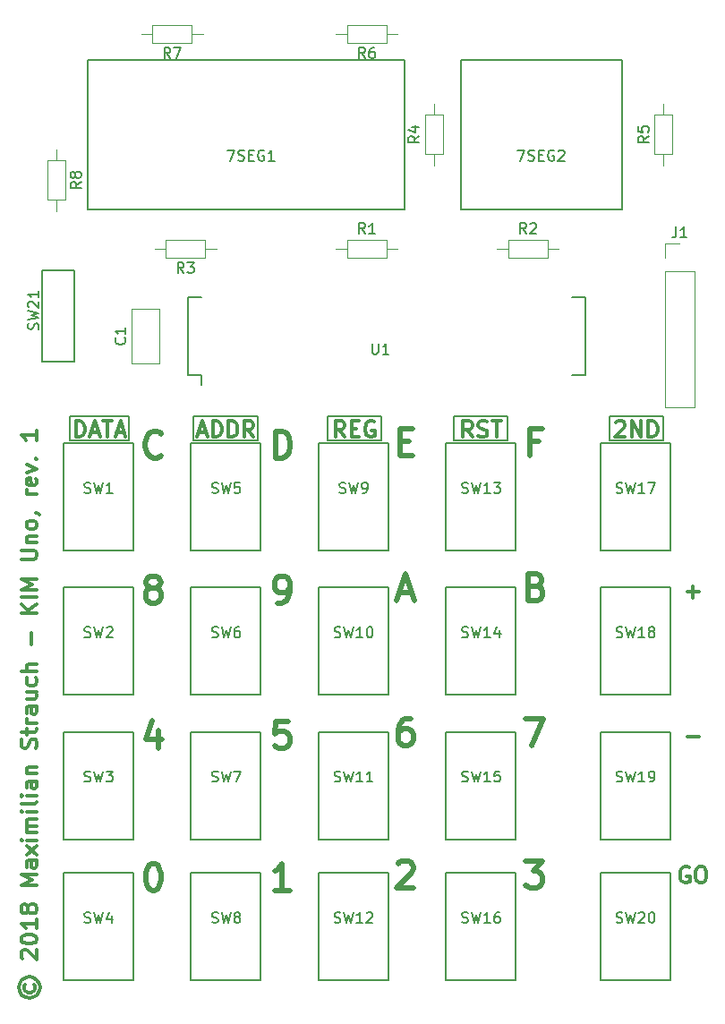
<source format=gto>
G04 #@! TF.GenerationSoftware,KiCad,Pcbnew,(5.0.1-3-g963ef8bb5)*
G04 #@! TF.CreationDate,2018-12-12T19:15:58+01:00*
G04 #@! TF.ProjectId,kim-uno-rev1,6B696D2D756E6F2D726576312E6B6963,1*
G04 #@! TF.SameCoordinates,Original*
G04 #@! TF.FileFunction,Legend,Top*
G04 #@! TF.FilePolarity,Positive*
%FSLAX46Y46*%
G04 Gerber Fmt 4.6, Leading zero omitted, Abs format (unit mm)*
G04 Created by KiCad (PCBNEW (5.0.1-3-g963ef8bb5)) date Wednesday, 12 December 2018 at 19:15:58*
%MOMM*%
%LPD*%
G01*
G04 APERTURE LIST*
%ADD10C,0.200000*%
%ADD11C,0.375000*%
%ADD12C,0.500000*%
%ADD13C,0.300000*%
%ADD14C,0.150000*%
%ADD15C,0.120000*%
G04 APERTURE END LIST*
D10*
X115062000Y-83058000D02*
X120650000Y-83058000D01*
X120650000Y-83058000D02*
X120650000Y-85344000D01*
X115062000Y-85344000D02*
X115062000Y-83058000D01*
X120650000Y-85344000D02*
X115062000Y-85344000D01*
D11*
X115606000Y-85006571D02*
X115606000Y-83506571D01*
X115963142Y-83506571D01*
X116177428Y-83578000D01*
X116320285Y-83720857D01*
X116391714Y-83863714D01*
X116463142Y-84149428D01*
X116463142Y-84363714D01*
X116391714Y-84649428D01*
X116320285Y-84792285D01*
X116177428Y-84935142D01*
X115963142Y-85006571D01*
X115606000Y-85006571D01*
X117034571Y-84578000D02*
X117748857Y-84578000D01*
X116891714Y-85006571D02*
X117391714Y-83506571D01*
X117891714Y-85006571D01*
X118177428Y-83506571D02*
X119034571Y-83506571D01*
X118606000Y-85006571D02*
X118606000Y-83506571D01*
X119463142Y-84578000D02*
X120177428Y-84578000D01*
X119320285Y-85006571D02*
X119820285Y-83506571D01*
X120320285Y-85006571D01*
D10*
X126746000Y-83058000D02*
X132842000Y-83058000D01*
X126746000Y-85344000D02*
X126746000Y-83058000D01*
X132842000Y-85344000D02*
X126746000Y-85344000D01*
X132842000Y-83058000D02*
X132842000Y-85344000D01*
D11*
X127186857Y-84578000D02*
X127901142Y-84578000D01*
X127044000Y-85006571D02*
X127544000Y-83506571D01*
X128044000Y-85006571D01*
X128544000Y-85006571D02*
X128544000Y-83506571D01*
X128901142Y-83506571D01*
X129115428Y-83578000D01*
X129258285Y-83720857D01*
X129329714Y-83863714D01*
X129401142Y-84149428D01*
X129401142Y-84363714D01*
X129329714Y-84649428D01*
X129258285Y-84792285D01*
X129115428Y-84935142D01*
X128901142Y-85006571D01*
X128544000Y-85006571D01*
X130044000Y-85006571D02*
X130044000Y-83506571D01*
X130401142Y-83506571D01*
X130615428Y-83578000D01*
X130758285Y-83720857D01*
X130829714Y-83863714D01*
X130901142Y-84149428D01*
X130901142Y-84363714D01*
X130829714Y-84649428D01*
X130758285Y-84792285D01*
X130615428Y-84935142D01*
X130401142Y-85006571D01*
X130044000Y-85006571D01*
X132401142Y-85006571D02*
X131901142Y-84292285D01*
X131544000Y-85006571D02*
X131544000Y-83506571D01*
X132115428Y-83506571D01*
X132258285Y-83578000D01*
X132329714Y-83649428D01*
X132401142Y-83792285D01*
X132401142Y-84006571D01*
X132329714Y-84149428D01*
X132258285Y-84220857D01*
X132115428Y-84292285D01*
X131544000Y-84292285D01*
D10*
X139446000Y-85344000D02*
X139446000Y-83058000D01*
X144526000Y-83058000D02*
X144526000Y-85344000D01*
X144526000Y-85344000D02*
X139446000Y-85344000D01*
X139446000Y-83058000D02*
X144526000Y-83058000D01*
D11*
X141021714Y-85006571D02*
X140521714Y-84292285D01*
X140164571Y-85006571D02*
X140164571Y-83506571D01*
X140736000Y-83506571D01*
X140878857Y-83578000D01*
X140950285Y-83649428D01*
X141021714Y-83792285D01*
X141021714Y-84006571D01*
X140950285Y-84149428D01*
X140878857Y-84220857D01*
X140736000Y-84292285D01*
X140164571Y-84292285D01*
X141664571Y-84220857D02*
X142164571Y-84220857D01*
X142378857Y-85006571D02*
X141664571Y-85006571D01*
X141664571Y-83506571D01*
X142378857Y-83506571D01*
X143807428Y-83578000D02*
X143664571Y-83506571D01*
X143450285Y-83506571D01*
X143236000Y-83578000D01*
X143093142Y-83720857D01*
X143021714Y-83863714D01*
X142950285Y-84149428D01*
X142950285Y-84363714D01*
X143021714Y-84649428D01*
X143093142Y-84792285D01*
X143236000Y-84935142D01*
X143450285Y-85006571D01*
X143593142Y-85006571D01*
X143807428Y-84935142D01*
X143878857Y-84863714D01*
X143878857Y-84363714D01*
X143593142Y-84363714D01*
D10*
X151384000Y-85344000D02*
X151384000Y-83058000D01*
X156464000Y-85344000D02*
X151384000Y-85344000D01*
X156464000Y-83058000D02*
X156464000Y-85344000D01*
X151384000Y-83058000D02*
X156464000Y-83058000D01*
D11*
X153102571Y-85006571D02*
X152602571Y-84292285D01*
X152245428Y-85006571D02*
X152245428Y-83506571D01*
X152816857Y-83506571D01*
X152959714Y-83578000D01*
X153031142Y-83649428D01*
X153102571Y-83792285D01*
X153102571Y-84006571D01*
X153031142Y-84149428D01*
X152959714Y-84220857D01*
X152816857Y-84292285D01*
X152245428Y-84292285D01*
X153674000Y-84935142D02*
X153888285Y-85006571D01*
X154245428Y-85006571D01*
X154388285Y-84935142D01*
X154459714Y-84863714D01*
X154531142Y-84720857D01*
X154531142Y-84578000D01*
X154459714Y-84435142D01*
X154388285Y-84363714D01*
X154245428Y-84292285D01*
X153959714Y-84220857D01*
X153816857Y-84149428D01*
X153745428Y-84078000D01*
X153674000Y-83935142D01*
X153674000Y-83792285D01*
X153745428Y-83649428D01*
X153816857Y-83578000D01*
X153959714Y-83506571D01*
X154316857Y-83506571D01*
X154531142Y-83578000D01*
X154959714Y-83506571D02*
X155816857Y-83506571D01*
X155388285Y-85006571D02*
X155388285Y-83506571D01*
D10*
X166116000Y-85344000D02*
X166116000Y-83058000D01*
X171196000Y-85344000D02*
X166116000Y-85344000D01*
X171196000Y-83058000D02*
X171196000Y-85344000D01*
X166116000Y-83058000D02*
X171196000Y-83058000D01*
D11*
X166691714Y-83649428D02*
X166763142Y-83578000D01*
X166906000Y-83506571D01*
X167263142Y-83506571D01*
X167406000Y-83578000D01*
X167477428Y-83649428D01*
X167548857Y-83792285D01*
X167548857Y-83935142D01*
X167477428Y-84149428D01*
X166620285Y-85006571D01*
X167548857Y-85006571D01*
X168191714Y-85006571D02*
X168191714Y-83506571D01*
X169048857Y-85006571D01*
X169048857Y-83506571D01*
X169763142Y-85006571D02*
X169763142Y-83506571D01*
X170120285Y-83506571D01*
X170334571Y-83578000D01*
X170477428Y-83720857D01*
X170548857Y-83863714D01*
X170620285Y-84149428D01*
X170620285Y-84363714D01*
X170548857Y-84649428D01*
X170477428Y-84792285D01*
X170334571Y-84935142D01*
X170120285Y-85006571D01*
X169763142Y-85006571D01*
X173418571Y-99675142D02*
X174561428Y-99675142D01*
X173990000Y-100246571D02*
X173990000Y-99103714D01*
X173418571Y-113391142D02*
X174561428Y-113391142D01*
D12*
X134473238Y-86982952D02*
X134473238Y-84482952D01*
X135068476Y-84482952D01*
X135425619Y-84602000D01*
X135663714Y-84840095D01*
X135782761Y-85078190D01*
X135901809Y-85554380D01*
X135901809Y-85911523D01*
X135782761Y-86387714D01*
X135663714Y-86625809D01*
X135425619Y-86863904D01*
X135068476Y-86982952D01*
X134473238Y-86982952D01*
X146276285Y-85419428D02*
X147109619Y-85419428D01*
X147466761Y-86728952D02*
X146276285Y-86728952D01*
X146276285Y-84228952D01*
X147466761Y-84228952D01*
X159361142Y-85419428D02*
X158527809Y-85419428D01*
X158527809Y-86728952D02*
X158527809Y-84228952D01*
X159718285Y-84228952D01*
X123709809Y-86744857D02*
X123590761Y-86863904D01*
X123233619Y-86982952D01*
X122995523Y-86982952D01*
X122638380Y-86863904D01*
X122400285Y-86625809D01*
X122281238Y-86387714D01*
X122162190Y-85911523D01*
X122162190Y-85554380D01*
X122281238Y-85078190D01*
X122400285Y-84840095D01*
X122638380Y-84602000D01*
X122995523Y-84482952D01*
X123233619Y-84482952D01*
X123590761Y-84602000D01*
X123709809Y-84721047D01*
X122697904Y-99270380D02*
X122459809Y-99151333D01*
X122340761Y-99032285D01*
X122221714Y-98794190D01*
X122221714Y-98675142D01*
X122340761Y-98437047D01*
X122459809Y-98318000D01*
X122697904Y-98198952D01*
X123174095Y-98198952D01*
X123412190Y-98318000D01*
X123531238Y-98437047D01*
X123650285Y-98675142D01*
X123650285Y-98794190D01*
X123531238Y-99032285D01*
X123412190Y-99151333D01*
X123174095Y-99270380D01*
X122697904Y-99270380D01*
X122459809Y-99389428D01*
X122340761Y-99508476D01*
X122221714Y-99746571D01*
X122221714Y-100222761D01*
X122340761Y-100460857D01*
X122459809Y-100579904D01*
X122697904Y-100698952D01*
X123174095Y-100698952D01*
X123412190Y-100579904D01*
X123531238Y-100460857D01*
X123650285Y-100222761D01*
X123650285Y-99746571D01*
X123531238Y-99508476D01*
X123412190Y-99389428D01*
X123174095Y-99270380D01*
X159182571Y-99135428D02*
X159539714Y-99254476D01*
X159658761Y-99373523D01*
X159777809Y-99611619D01*
X159777809Y-99968761D01*
X159658761Y-100206857D01*
X159539714Y-100325904D01*
X159301619Y-100444952D01*
X158349238Y-100444952D01*
X158349238Y-97944952D01*
X159182571Y-97944952D01*
X159420666Y-98064000D01*
X159539714Y-98183047D01*
X159658761Y-98421142D01*
X159658761Y-98659238D01*
X159539714Y-98897333D01*
X159420666Y-99016380D01*
X159182571Y-99135428D01*
X158349238Y-99135428D01*
X146216761Y-99730666D02*
X147407238Y-99730666D01*
X145978666Y-100444952D02*
X146812000Y-97944952D01*
X147645333Y-100444952D01*
X134651809Y-100698952D02*
X135128000Y-100698952D01*
X135366095Y-100579904D01*
X135485142Y-100460857D01*
X135723238Y-100103714D01*
X135842285Y-99627523D01*
X135842285Y-98675142D01*
X135723238Y-98437047D01*
X135604190Y-98318000D01*
X135366095Y-98198952D01*
X134889904Y-98198952D01*
X134651809Y-98318000D01*
X134532761Y-98437047D01*
X134413714Y-98675142D01*
X134413714Y-99270380D01*
X134532761Y-99508476D01*
X134651809Y-99627523D01*
X134889904Y-99746571D01*
X135366095Y-99746571D01*
X135604190Y-99627523D01*
X135723238Y-99508476D01*
X135842285Y-99270380D01*
X123412190Y-112748285D02*
X123412190Y-114414952D01*
X122816952Y-111795904D02*
X122221714Y-113581619D01*
X123769333Y-113581619D01*
X147288190Y-111660952D02*
X146812000Y-111660952D01*
X146573904Y-111780000D01*
X146454857Y-111899047D01*
X146216761Y-112256190D01*
X146097714Y-112732380D01*
X146097714Y-113684761D01*
X146216761Y-113922857D01*
X146335809Y-114041904D01*
X146573904Y-114160952D01*
X147050095Y-114160952D01*
X147288190Y-114041904D01*
X147407238Y-113922857D01*
X147526285Y-113684761D01*
X147526285Y-113089523D01*
X147407238Y-112851428D01*
X147288190Y-112732380D01*
X147050095Y-112613333D01*
X146573904Y-112613333D01*
X146335809Y-112732380D01*
X146216761Y-112851428D01*
X146097714Y-113089523D01*
X158170666Y-111660952D02*
X159837333Y-111660952D01*
X158765904Y-114160952D01*
X135723238Y-111914952D02*
X134532761Y-111914952D01*
X134413714Y-113105428D01*
X134532761Y-112986380D01*
X134770857Y-112867333D01*
X135366095Y-112867333D01*
X135604190Y-112986380D01*
X135723238Y-113105428D01*
X135842285Y-113343523D01*
X135842285Y-113938761D01*
X135723238Y-114176857D01*
X135604190Y-114295904D01*
X135366095Y-114414952D01*
X134770857Y-114414952D01*
X134532761Y-114295904D01*
X134413714Y-114176857D01*
D11*
X173597142Y-125742000D02*
X173454285Y-125670571D01*
X173240000Y-125670571D01*
X173025714Y-125742000D01*
X172882857Y-125884857D01*
X172811428Y-126027714D01*
X172740000Y-126313428D01*
X172740000Y-126527714D01*
X172811428Y-126813428D01*
X172882857Y-126956285D01*
X173025714Y-127099142D01*
X173240000Y-127170571D01*
X173382857Y-127170571D01*
X173597142Y-127099142D01*
X173668571Y-127027714D01*
X173668571Y-126527714D01*
X173382857Y-126527714D01*
X174597142Y-125670571D02*
X174882857Y-125670571D01*
X175025714Y-125742000D01*
X175168571Y-125884857D01*
X175240000Y-126170571D01*
X175240000Y-126670571D01*
X175168571Y-126956285D01*
X175025714Y-127099142D01*
X174882857Y-127170571D01*
X174597142Y-127170571D01*
X174454285Y-127099142D01*
X174311428Y-126956285D01*
X174240000Y-126670571D01*
X174240000Y-126170571D01*
X174311428Y-125884857D01*
X174454285Y-125742000D01*
X174597142Y-125670571D01*
D12*
X158170666Y-125122952D02*
X159718285Y-125122952D01*
X158884952Y-126075333D01*
X159242095Y-126075333D01*
X159480190Y-126194380D01*
X159599238Y-126313428D01*
X159718285Y-126551523D01*
X159718285Y-127146761D01*
X159599238Y-127384857D01*
X159480190Y-127503904D01*
X159242095Y-127622952D01*
X158527809Y-127622952D01*
X158289714Y-127503904D01*
X158170666Y-127384857D01*
X146097714Y-125361047D02*
X146216761Y-125242000D01*
X146454857Y-125122952D01*
X147050095Y-125122952D01*
X147288190Y-125242000D01*
X147407238Y-125361047D01*
X147526285Y-125599142D01*
X147526285Y-125837238D01*
X147407238Y-126194380D01*
X145978666Y-127622952D01*
X147526285Y-127622952D01*
X135842285Y-127876952D02*
X134413714Y-127876952D01*
X135128000Y-127876952D02*
X135128000Y-125376952D01*
X134889904Y-125734095D01*
X134651809Y-125972190D01*
X134413714Y-126091238D01*
X122816952Y-125376952D02*
X123055047Y-125376952D01*
X123293142Y-125496000D01*
X123412190Y-125615047D01*
X123531238Y-125853142D01*
X123650285Y-126329333D01*
X123650285Y-126924571D01*
X123531238Y-127400761D01*
X123412190Y-127638857D01*
X123293142Y-127757904D01*
X123055047Y-127876952D01*
X122816952Y-127876952D01*
X122578857Y-127757904D01*
X122459809Y-127638857D01*
X122340761Y-127400761D01*
X122221714Y-126924571D01*
X122221714Y-126329333D01*
X122340761Y-125853142D01*
X122459809Y-125615047D01*
X122578857Y-125496000D01*
X122816952Y-125376952D01*
D13*
X110787714Y-136787714D02*
X110716285Y-136930571D01*
X110716285Y-137216285D01*
X110787714Y-137359142D01*
X110930571Y-137502000D01*
X111073428Y-137573428D01*
X111359142Y-137573428D01*
X111502000Y-137502000D01*
X111644857Y-137359142D01*
X111716285Y-137216285D01*
X111716285Y-136930571D01*
X111644857Y-136787714D01*
X110216285Y-137073428D02*
X110287714Y-137430571D01*
X110502000Y-137787714D01*
X110859142Y-138002000D01*
X111216285Y-138073428D01*
X111573428Y-138002000D01*
X111930571Y-137787714D01*
X112144857Y-137430571D01*
X112216285Y-137073428D01*
X112144857Y-136716285D01*
X111930571Y-136359142D01*
X111573428Y-136144857D01*
X111216285Y-136073428D01*
X110859142Y-136144857D01*
X110502000Y-136359142D01*
X110287714Y-136716285D01*
X110216285Y-137073428D01*
X110573428Y-134359142D02*
X110502000Y-134287714D01*
X110430571Y-134144857D01*
X110430571Y-133787714D01*
X110502000Y-133644857D01*
X110573428Y-133573428D01*
X110716285Y-133502000D01*
X110859142Y-133502000D01*
X111073428Y-133573428D01*
X111930571Y-134430571D01*
X111930571Y-133502000D01*
X110430571Y-132573428D02*
X110430571Y-132430571D01*
X110502000Y-132287714D01*
X110573428Y-132216285D01*
X110716285Y-132144857D01*
X111002000Y-132073428D01*
X111359142Y-132073428D01*
X111644857Y-132144857D01*
X111787714Y-132216285D01*
X111859142Y-132287714D01*
X111930571Y-132430571D01*
X111930571Y-132573428D01*
X111859142Y-132716285D01*
X111787714Y-132787714D01*
X111644857Y-132859142D01*
X111359142Y-132930571D01*
X111002000Y-132930571D01*
X110716285Y-132859142D01*
X110573428Y-132787714D01*
X110502000Y-132716285D01*
X110430571Y-132573428D01*
X111930571Y-130644857D02*
X111930571Y-131502000D01*
X111930571Y-131073428D02*
X110430571Y-131073428D01*
X110644857Y-131216285D01*
X110787714Y-131359142D01*
X110859142Y-131502000D01*
X111073428Y-129787714D02*
X111002000Y-129930571D01*
X110930571Y-130002000D01*
X110787714Y-130073428D01*
X110716285Y-130073428D01*
X110573428Y-130002000D01*
X110502000Y-129930571D01*
X110430571Y-129787714D01*
X110430571Y-129502000D01*
X110502000Y-129359142D01*
X110573428Y-129287714D01*
X110716285Y-129216285D01*
X110787714Y-129216285D01*
X110930571Y-129287714D01*
X111002000Y-129359142D01*
X111073428Y-129502000D01*
X111073428Y-129787714D01*
X111144857Y-129930571D01*
X111216285Y-130002000D01*
X111359142Y-130073428D01*
X111644857Y-130073428D01*
X111787714Y-130002000D01*
X111859142Y-129930571D01*
X111930571Y-129787714D01*
X111930571Y-129502000D01*
X111859142Y-129359142D01*
X111787714Y-129287714D01*
X111644857Y-129216285D01*
X111359142Y-129216285D01*
X111216285Y-129287714D01*
X111144857Y-129359142D01*
X111073428Y-129502000D01*
X111930571Y-127430571D02*
X110430571Y-127430571D01*
X111502000Y-126930571D01*
X110430571Y-126430571D01*
X111930571Y-126430571D01*
X111930571Y-125073428D02*
X111144857Y-125073428D01*
X111002000Y-125144857D01*
X110930571Y-125287714D01*
X110930571Y-125573428D01*
X111002000Y-125716285D01*
X111859142Y-125073428D02*
X111930571Y-125216285D01*
X111930571Y-125573428D01*
X111859142Y-125716285D01*
X111716285Y-125787714D01*
X111573428Y-125787714D01*
X111430571Y-125716285D01*
X111359142Y-125573428D01*
X111359142Y-125216285D01*
X111287714Y-125073428D01*
X111930571Y-124502000D02*
X110930571Y-123716285D01*
X110930571Y-124502000D02*
X111930571Y-123716285D01*
X111930571Y-123144857D02*
X110930571Y-123144857D01*
X110430571Y-123144857D02*
X110502000Y-123216285D01*
X110573428Y-123144857D01*
X110502000Y-123073428D01*
X110430571Y-123144857D01*
X110573428Y-123144857D01*
X111930571Y-122430571D02*
X110930571Y-122430571D01*
X111073428Y-122430571D02*
X111002000Y-122359142D01*
X110930571Y-122216285D01*
X110930571Y-122002000D01*
X111002000Y-121859142D01*
X111144857Y-121787714D01*
X111930571Y-121787714D01*
X111144857Y-121787714D02*
X111002000Y-121716285D01*
X110930571Y-121573428D01*
X110930571Y-121359142D01*
X111002000Y-121216285D01*
X111144857Y-121144857D01*
X111930571Y-121144857D01*
X111930571Y-120430571D02*
X110930571Y-120430571D01*
X110430571Y-120430571D02*
X110502000Y-120502000D01*
X110573428Y-120430571D01*
X110502000Y-120359142D01*
X110430571Y-120430571D01*
X110573428Y-120430571D01*
X111930571Y-119502000D02*
X111859142Y-119644857D01*
X111716285Y-119716285D01*
X110430571Y-119716285D01*
X111930571Y-118930571D02*
X110930571Y-118930571D01*
X110430571Y-118930571D02*
X110502000Y-119002000D01*
X110573428Y-118930571D01*
X110502000Y-118859142D01*
X110430571Y-118930571D01*
X110573428Y-118930571D01*
X111930571Y-117573428D02*
X111144857Y-117573428D01*
X111002000Y-117644857D01*
X110930571Y-117787714D01*
X110930571Y-118073428D01*
X111002000Y-118216285D01*
X111859142Y-117573428D02*
X111930571Y-117716285D01*
X111930571Y-118073428D01*
X111859142Y-118216285D01*
X111716285Y-118287714D01*
X111573428Y-118287714D01*
X111430571Y-118216285D01*
X111359142Y-118073428D01*
X111359142Y-117716285D01*
X111287714Y-117573428D01*
X110930571Y-116859142D02*
X111930571Y-116859142D01*
X111073428Y-116859142D02*
X111002000Y-116787714D01*
X110930571Y-116644857D01*
X110930571Y-116430571D01*
X111002000Y-116287714D01*
X111144857Y-116216285D01*
X111930571Y-116216285D01*
X111859142Y-114430571D02*
X111930571Y-114216285D01*
X111930571Y-113859142D01*
X111859142Y-113716285D01*
X111787714Y-113644857D01*
X111644857Y-113573428D01*
X111502000Y-113573428D01*
X111359142Y-113644857D01*
X111287714Y-113716285D01*
X111216285Y-113859142D01*
X111144857Y-114144857D01*
X111073428Y-114287714D01*
X111002000Y-114359142D01*
X110859142Y-114430571D01*
X110716285Y-114430571D01*
X110573428Y-114359142D01*
X110502000Y-114287714D01*
X110430571Y-114144857D01*
X110430571Y-113787714D01*
X110502000Y-113573428D01*
X110930571Y-113144857D02*
X110930571Y-112573428D01*
X110430571Y-112930571D02*
X111716285Y-112930571D01*
X111859142Y-112859142D01*
X111930571Y-112716285D01*
X111930571Y-112573428D01*
X111930571Y-112073428D02*
X110930571Y-112073428D01*
X111216285Y-112073428D02*
X111073428Y-112002000D01*
X111002000Y-111930571D01*
X110930571Y-111787714D01*
X110930571Y-111644857D01*
X111930571Y-110502000D02*
X111144857Y-110502000D01*
X111002000Y-110573428D01*
X110930571Y-110716285D01*
X110930571Y-111002000D01*
X111002000Y-111144857D01*
X111859142Y-110502000D02*
X111930571Y-110644857D01*
X111930571Y-111002000D01*
X111859142Y-111144857D01*
X111716285Y-111216285D01*
X111573428Y-111216285D01*
X111430571Y-111144857D01*
X111359142Y-111002000D01*
X111359142Y-110644857D01*
X111287714Y-110502000D01*
X110930571Y-109144857D02*
X111930571Y-109144857D01*
X110930571Y-109787714D02*
X111716285Y-109787714D01*
X111859142Y-109716285D01*
X111930571Y-109573428D01*
X111930571Y-109359142D01*
X111859142Y-109216285D01*
X111787714Y-109144857D01*
X111859142Y-107787714D02*
X111930571Y-107930571D01*
X111930571Y-108216285D01*
X111859142Y-108359142D01*
X111787714Y-108430571D01*
X111644857Y-108501999D01*
X111216285Y-108501999D01*
X111073428Y-108430571D01*
X111002000Y-108359142D01*
X110930571Y-108216285D01*
X110930571Y-107930571D01*
X111002000Y-107787714D01*
X111930571Y-107144857D02*
X110430571Y-107144857D01*
X111930571Y-106501999D02*
X111144857Y-106501999D01*
X111002000Y-106573428D01*
X110930571Y-106716285D01*
X110930571Y-106930571D01*
X111002000Y-107073428D01*
X111073428Y-107144857D01*
X111359142Y-104644857D02*
X111359142Y-103501999D01*
X111930571Y-101644857D02*
X110430571Y-101644857D01*
X111930571Y-100787714D02*
X111073428Y-101430571D01*
X110430571Y-100787714D02*
X111287714Y-101644857D01*
X111930571Y-100144857D02*
X110430571Y-100144857D01*
X111930571Y-99430571D02*
X110430571Y-99430571D01*
X111502000Y-98930571D01*
X110430571Y-98430571D01*
X111930571Y-98430571D01*
X110430571Y-96573428D02*
X111644857Y-96573428D01*
X111787714Y-96502000D01*
X111859142Y-96430571D01*
X111930571Y-96287714D01*
X111930571Y-96002000D01*
X111859142Y-95859142D01*
X111787714Y-95787714D01*
X111644857Y-95716285D01*
X110430571Y-95716285D01*
X110930571Y-95001999D02*
X111930571Y-95001999D01*
X111073428Y-95001999D02*
X111002000Y-94930571D01*
X110930571Y-94787714D01*
X110930571Y-94573428D01*
X111002000Y-94430571D01*
X111144857Y-94359142D01*
X111930571Y-94359142D01*
X111930571Y-93430571D02*
X111859142Y-93573428D01*
X111787714Y-93644857D01*
X111644857Y-93716285D01*
X111216285Y-93716285D01*
X111073428Y-93644857D01*
X111002000Y-93573428D01*
X110930571Y-93430571D01*
X110930571Y-93216285D01*
X111002000Y-93073428D01*
X111073428Y-93001999D01*
X111216285Y-92930571D01*
X111644857Y-92930571D01*
X111787714Y-93001999D01*
X111859142Y-93073428D01*
X111930571Y-93216285D01*
X111930571Y-93430571D01*
X111859142Y-92216285D02*
X111930571Y-92216285D01*
X112073428Y-92287714D01*
X112144857Y-92359142D01*
X111930571Y-90430571D02*
X110930571Y-90430571D01*
X111216285Y-90430571D02*
X111073428Y-90359142D01*
X111002000Y-90287714D01*
X110930571Y-90144857D01*
X110930571Y-90001999D01*
X111859142Y-88930571D02*
X111930571Y-89073428D01*
X111930571Y-89359142D01*
X111859142Y-89501999D01*
X111716285Y-89573428D01*
X111144857Y-89573428D01*
X111002000Y-89501999D01*
X110930571Y-89359142D01*
X110930571Y-89073428D01*
X111002000Y-88930571D01*
X111144857Y-88859142D01*
X111287714Y-88859142D01*
X111430571Y-89573428D01*
X110930571Y-88359142D02*
X111930571Y-88002000D01*
X110930571Y-87644857D01*
X111787714Y-87073428D02*
X111859142Y-87002000D01*
X111930571Y-87073428D01*
X111859142Y-87144857D01*
X111787714Y-87073428D01*
X111930571Y-87073428D01*
X111930571Y-84430571D02*
X111930571Y-85287714D01*
X111930571Y-84859142D02*
X110430571Y-84859142D01*
X110644857Y-85002000D01*
X110787714Y-85144857D01*
X110859142Y-85287714D01*
D14*
G04 #@! TO.C,7SEG1*
X116699000Y-63463000D02*
X116699000Y-49313000D01*
X146699000Y-63463000D02*
X116699000Y-63463000D01*
X146699000Y-49313000D02*
X146699000Y-63463000D01*
X116699000Y-49313000D02*
X146699000Y-49313000D01*
G04 #@! TO.C,7SEG2*
X152039000Y-63463000D02*
X152039000Y-49313000D01*
X167239000Y-63463000D02*
X152039000Y-63463000D01*
X167239000Y-49313000D02*
X167239000Y-63463000D01*
X152039000Y-49313000D02*
X167239000Y-49313000D01*
D15*
G04 #@! TO.C,C1*
X120864000Y-78018000D02*
X120864000Y-72898000D01*
X123484000Y-78018000D02*
X123484000Y-72898000D01*
X120864000Y-78018000D02*
X123484000Y-78018000D01*
X120864000Y-72898000D02*
X123484000Y-72898000D01*
G04 #@! TO.C,J1*
X171330000Y-69342000D02*
X171330000Y-82162000D01*
X171330000Y-82162000D02*
X174110000Y-82162000D01*
X174110000Y-82162000D02*
X174110000Y-69342000D01*
X174110000Y-69342000D02*
X171330000Y-69342000D01*
X171330000Y-68072000D02*
X171330000Y-66682000D01*
X171330000Y-66682000D02*
X172720000Y-66682000D01*
G04 #@! TO.C,R1*
X146059000Y-67183000D02*
X144989000Y-67183000D01*
X140199000Y-67183000D02*
X141269000Y-67183000D01*
X144989000Y-66323000D02*
X141269000Y-66323000D01*
X144989000Y-68043000D02*
X144989000Y-66323000D01*
X141269000Y-68043000D02*
X144989000Y-68043000D01*
X141269000Y-66323000D02*
X141269000Y-68043000D01*
G04 #@! TO.C,R2*
X156509000Y-66323000D02*
X156509000Y-68043000D01*
X156509000Y-68043000D02*
X160229000Y-68043000D01*
X160229000Y-68043000D02*
X160229000Y-66323000D01*
X160229000Y-66323000D02*
X156509000Y-66323000D01*
X155439000Y-67183000D02*
X156509000Y-67183000D01*
X161299000Y-67183000D02*
X160229000Y-67183000D01*
G04 #@! TO.C,R3*
X123054000Y-67183000D02*
X124124000Y-67183000D01*
X128914000Y-67183000D02*
X127844000Y-67183000D01*
X124124000Y-68043000D02*
X127844000Y-68043000D01*
X124124000Y-66323000D02*
X124124000Y-68043000D01*
X127844000Y-66323000D02*
X124124000Y-66323000D01*
X127844000Y-68043000D02*
X127844000Y-66323000D01*
G04 #@! TO.C,R4*
X148619000Y-58248000D02*
X150339000Y-58248000D01*
X150339000Y-58248000D02*
X150339000Y-54528000D01*
X150339000Y-54528000D02*
X148619000Y-54528000D01*
X148619000Y-54528000D02*
X148619000Y-58248000D01*
X149479000Y-59318000D02*
X149479000Y-58248000D01*
X149479000Y-53458000D02*
X149479000Y-54528000D01*
G04 #@! TO.C,R5*
X171196000Y-53458000D02*
X171196000Y-54528000D01*
X171196000Y-59318000D02*
X171196000Y-58248000D01*
X170336000Y-54528000D02*
X170336000Y-58248000D01*
X172056000Y-54528000D02*
X170336000Y-54528000D01*
X172056000Y-58248000D02*
X172056000Y-54528000D01*
X170336000Y-58248000D02*
X172056000Y-58248000D01*
G04 #@! TO.C,R6*
X144989000Y-47723000D02*
X144989000Y-46003000D01*
X144989000Y-46003000D02*
X141269000Y-46003000D01*
X141269000Y-46003000D02*
X141269000Y-47723000D01*
X141269000Y-47723000D02*
X144989000Y-47723000D01*
X146059000Y-46863000D02*
X144989000Y-46863000D01*
X140199000Y-46863000D02*
X141269000Y-46863000D01*
G04 #@! TO.C,R7*
X121784000Y-46863000D02*
X122854000Y-46863000D01*
X127644000Y-46863000D02*
X126574000Y-46863000D01*
X122854000Y-47723000D02*
X126574000Y-47723000D01*
X122854000Y-46003000D02*
X122854000Y-47723000D01*
X126574000Y-46003000D02*
X122854000Y-46003000D01*
X126574000Y-47723000D02*
X126574000Y-46003000D01*
G04 #@! TO.C,R8*
X114652000Y-58846000D02*
X112932000Y-58846000D01*
X112932000Y-58846000D02*
X112932000Y-62566000D01*
X112932000Y-62566000D02*
X114652000Y-62566000D01*
X114652000Y-62566000D02*
X114652000Y-58846000D01*
X113792000Y-57776000D02*
X113792000Y-58846000D01*
X113792000Y-63636000D02*
X113792000Y-62566000D01*
D14*
G04 #@! TO.C,SW1*
X121031000Y-85598000D02*
X114427000Y-85598000D01*
X114427000Y-85598000D02*
X114427000Y-95758000D01*
X114427000Y-95758000D02*
X121031000Y-95758000D01*
X121031000Y-95758000D02*
X121031000Y-85598000D01*
G04 #@! TO.C,SW2*
X121031000Y-109403000D02*
X121031000Y-99243000D01*
X114427000Y-109403000D02*
X121031000Y-109403000D01*
X114427000Y-99243000D02*
X114427000Y-109403000D01*
X121031000Y-99243000D02*
X114427000Y-99243000D01*
G04 #@! TO.C,SW3*
X121031000Y-123063000D02*
X121031000Y-112903000D01*
X114427000Y-123063000D02*
X121031000Y-123063000D01*
X114427000Y-112903000D02*
X114427000Y-123063000D01*
X121031000Y-112903000D02*
X114427000Y-112903000D01*
G04 #@! TO.C,SW4*
X121031000Y-126238000D02*
X114427000Y-126238000D01*
X114427000Y-126238000D02*
X114427000Y-136398000D01*
X114427000Y-136398000D02*
X121031000Y-136398000D01*
X121031000Y-136398000D02*
X121031000Y-126238000D01*
G04 #@! TO.C,SW5*
X133096000Y-85598000D02*
X126492000Y-85598000D01*
X126492000Y-85598000D02*
X126492000Y-95758000D01*
X126492000Y-95758000D02*
X133096000Y-95758000D01*
X133096000Y-95758000D02*
X133096000Y-85598000D01*
G04 #@! TO.C,SW6*
X133096000Y-109403000D02*
X133096000Y-99243000D01*
X126492000Y-109403000D02*
X133096000Y-109403000D01*
X126492000Y-99243000D02*
X126492000Y-109403000D01*
X133096000Y-99243000D02*
X126492000Y-99243000D01*
G04 #@! TO.C,SW7*
X133096000Y-112903000D02*
X126492000Y-112903000D01*
X126492000Y-112903000D02*
X126492000Y-123063000D01*
X126492000Y-123063000D02*
X133096000Y-123063000D01*
X133096000Y-123063000D02*
X133096000Y-112903000D01*
G04 #@! TO.C,SW8*
X133096000Y-136398000D02*
X133096000Y-126238000D01*
X126492000Y-136398000D02*
X133096000Y-136398000D01*
X126492000Y-126238000D02*
X126492000Y-136398000D01*
X133096000Y-126238000D02*
X126492000Y-126238000D01*
G04 #@! TO.C,SW9*
X145161000Y-85598000D02*
X138557000Y-85598000D01*
X138557000Y-85598000D02*
X138557000Y-95758000D01*
X138557000Y-95758000D02*
X145161000Y-95758000D01*
X145161000Y-95758000D02*
X145161000Y-85598000D01*
G04 #@! TO.C,SW10*
X145161000Y-109403000D02*
X145161000Y-99243000D01*
X138557000Y-109403000D02*
X145161000Y-109403000D01*
X138557000Y-99243000D02*
X138557000Y-109403000D01*
X145161000Y-99243000D02*
X138557000Y-99243000D01*
G04 #@! TO.C,SW11*
X145161000Y-112903000D02*
X138557000Y-112903000D01*
X138557000Y-112903000D02*
X138557000Y-123063000D01*
X138557000Y-123063000D02*
X145161000Y-123063000D01*
X145161000Y-123063000D02*
X145161000Y-112903000D01*
G04 #@! TO.C,SW12*
X145161000Y-126238000D02*
X138557000Y-126238000D01*
X138557000Y-126238000D02*
X138557000Y-136398000D01*
X138557000Y-136398000D02*
X145161000Y-136398000D01*
X145161000Y-136398000D02*
X145161000Y-126238000D01*
G04 #@! TO.C,SW13*
X157226000Y-95758000D02*
X157226000Y-85598000D01*
X150622000Y-95758000D02*
X157226000Y-95758000D01*
X150622000Y-85598000D02*
X150622000Y-95758000D01*
X157226000Y-85598000D02*
X150622000Y-85598000D01*
G04 #@! TO.C,SW14*
X157226000Y-99243000D02*
X150622000Y-99243000D01*
X150622000Y-99243000D02*
X150622000Y-109403000D01*
X150622000Y-109403000D02*
X157226000Y-109403000D01*
X157226000Y-109403000D02*
X157226000Y-99243000D01*
G04 #@! TO.C,SW15*
X157226000Y-123063000D02*
X157226000Y-112903000D01*
X150622000Y-123063000D02*
X157226000Y-123063000D01*
X150622000Y-112903000D02*
X150622000Y-123063000D01*
X157226000Y-112903000D02*
X150622000Y-112903000D01*
G04 #@! TO.C,SW16*
X157226000Y-126238000D02*
X150622000Y-126238000D01*
X150622000Y-126238000D02*
X150622000Y-136398000D01*
X150622000Y-136398000D02*
X157226000Y-136398000D01*
X157226000Y-136398000D02*
X157226000Y-126238000D01*
G04 #@! TO.C,SW17*
X171831000Y-95758000D02*
X171831000Y-85598000D01*
X165227000Y-95758000D02*
X171831000Y-95758000D01*
X165227000Y-85598000D02*
X165227000Y-95758000D01*
X171831000Y-85598000D02*
X165227000Y-85598000D01*
G04 #@! TO.C,SW18*
X171831000Y-99243000D02*
X165227000Y-99243000D01*
X165227000Y-99243000D02*
X165227000Y-109403000D01*
X165227000Y-109403000D02*
X171831000Y-109403000D01*
X171831000Y-109403000D02*
X171831000Y-99243000D01*
G04 #@! TO.C,SW19*
X171831000Y-123063000D02*
X171831000Y-112903000D01*
X165227000Y-123063000D02*
X171831000Y-123063000D01*
X165227000Y-112903000D02*
X165227000Y-123063000D01*
X171831000Y-112903000D02*
X165227000Y-112903000D01*
G04 #@! TO.C,SW20*
X171831000Y-136398000D02*
X171831000Y-126238000D01*
X165227000Y-136398000D02*
X171831000Y-136398000D01*
X165227000Y-126238000D02*
X165227000Y-136398000D01*
X171831000Y-126238000D02*
X165227000Y-126238000D01*
G04 #@! TO.C,SW21*
X112395000Y-77851000D02*
X112395000Y-69215000D01*
X115443000Y-77851000D02*
X112395000Y-77851000D01*
X115443000Y-69215000D02*
X115443000Y-77851000D01*
X112395000Y-69215000D02*
X115443000Y-69215000D01*
G04 #@! TO.C,U1*
X126229000Y-79113000D02*
X127499000Y-79113000D01*
X126229000Y-71763000D02*
X127499000Y-71763000D01*
X163839000Y-71763000D02*
X162569000Y-71763000D01*
X163839000Y-79113000D02*
X162569000Y-79113000D01*
X126229000Y-79113000D02*
X126229000Y-71763000D01*
X163839000Y-79113000D02*
X163839000Y-71763000D01*
X127499000Y-79113000D02*
X127499000Y-80048000D01*
G04 #@! TD*
G04 #@! TO.C,7SEG1*
X129968904Y-57872380D02*
X130635571Y-57872380D01*
X130207000Y-58872380D01*
X130968904Y-58824761D02*
X131111761Y-58872380D01*
X131349857Y-58872380D01*
X131445095Y-58824761D01*
X131492714Y-58777142D01*
X131540333Y-58681904D01*
X131540333Y-58586666D01*
X131492714Y-58491428D01*
X131445095Y-58443809D01*
X131349857Y-58396190D01*
X131159380Y-58348571D01*
X131064142Y-58300952D01*
X131016523Y-58253333D01*
X130968904Y-58158095D01*
X130968904Y-58062857D01*
X131016523Y-57967619D01*
X131064142Y-57920000D01*
X131159380Y-57872380D01*
X131397476Y-57872380D01*
X131540333Y-57920000D01*
X131968904Y-58348571D02*
X132302238Y-58348571D01*
X132445095Y-58872380D02*
X131968904Y-58872380D01*
X131968904Y-57872380D01*
X132445095Y-57872380D01*
X133397476Y-57920000D02*
X133302238Y-57872380D01*
X133159380Y-57872380D01*
X133016523Y-57920000D01*
X132921285Y-58015238D01*
X132873666Y-58110476D01*
X132826047Y-58300952D01*
X132826047Y-58443809D01*
X132873666Y-58634285D01*
X132921285Y-58729523D01*
X133016523Y-58824761D01*
X133159380Y-58872380D01*
X133254619Y-58872380D01*
X133397476Y-58824761D01*
X133445095Y-58777142D01*
X133445095Y-58443809D01*
X133254619Y-58443809D01*
X134397476Y-58872380D02*
X133826047Y-58872380D01*
X134111761Y-58872380D02*
X134111761Y-57872380D01*
X134016523Y-58015238D01*
X133921285Y-58110476D01*
X133826047Y-58158095D01*
G04 #@! TO.C,7SEG2*
X157400904Y-57872380D02*
X158067571Y-57872380D01*
X157639000Y-58872380D01*
X158400904Y-58824761D02*
X158543761Y-58872380D01*
X158781857Y-58872380D01*
X158877095Y-58824761D01*
X158924714Y-58777142D01*
X158972333Y-58681904D01*
X158972333Y-58586666D01*
X158924714Y-58491428D01*
X158877095Y-58443809D01*
X158781857Y-58396190D01*
X158591380Y-58348571D01*
X158496142Y-58300952D01*
X158448523Y-58253333D01*
X158400904Y-58158095D01*
X158400904Y-58062857D01*
X158448523Y-57967619D01*
X158496142Y-57920000D01*
X158591380Y-57872380D01*
X158829476Y-57872380D01*
X158972333Y-57920000D01*
X159400904Y-58348571D02*
X159734238Y-58348571D01*
X159877095Y-58872380D02*
X159400904Y-58872380D01*
X159400904Y-57872380D01*
X159877095Y-57872380D01*
X160829476Y-57920000D02*
X160734238Y-57872380D01*
X160591380Y-57872380D01*
X160448523Y-57920000D01*
X160353285Y-58015238D01*
X160305666Y-58110476D01*
X160258047Y-58300952D01*
X160258047Y-58443809D01*
X160305666Y-58634285D01*
X160353285Y-58729523D01*
X160448523Y-58824761D01*
X160591380Y-58872380D01*
X160686619Y-58872380D01*
X160829476Y-58824761D01*
X160877095Y-58777142D01*
X160877095Y-58443809D01*
X160686619Y-58443809D01*
X161258047Y-57967619D02*
X161305666Y-57920000D01*
X161400904Y-57872380D01*
X161639000Y-57872380D01*
X161734238Y-57920000D01*
X161781857Y-57967619D01*
X161829476Y-58062857D01*
X161829476Y-58158095D01*
X161781857Y-58300952D01*
X161210428Y-58872380D01*
X161829476Y-58872380D01*
G04 #@! TO.C,C1*
X120221142Y-75624666D02*
X120268761Y-75672285D01*
X120316380Y-75815142D01*
X120316380Y-75910380D01*
X120268761Y-76053238D01*
X120173523Y-76148476D01*
X120078285Y-76196095D01*
X119887809Y-76243714D01*
X119744952Y-76243714D01*
X119554476Y-76196095D01*
X119459238Y-76148476D01*
X119364000Y-76053238D01*
X119316380Y-75910380D01*
X119316380Y-75815142D01*
X119364000Y-75672285D01*
X119411619Y-75624666D01*
X120316380Y-74672285D02*
X120316380Y-75243714D01*
X120316380Y-74958000D02*
X119316380Y-74958000D01*
X119459238Y-75053238D01*
X119554476Y-75148476D01*
X119602095Y-75243714D01*
G04 #@! TO.C,J1*
X172386666Y-65134380D02*
X172386666Y-65848666D01*
X172339047Y-65991523D01*
X172243809Y-66086761D01*
X172100952Y-66134380D01*
X172005714Y-66134380D01*
X173386666Y-66134380D02*
X172815238Y-66134380D01*
X173100952Y-66134380D02*
X173100952Y-65134380D01*
X173005714Y-65277238D01*
X172910476Y-65372476D01*
X172815238Y-65420095D01*
G04 #@! TO.C,R1*
X142962333Y-65775380D02*
X142629000Y-65299190D01*
X142390904Y-65775380D02*
X142390904Y-64775380D01*
X142771857Y-64775380D01*
X142867095Y-64823000D01*
X142914714Y-64870619D01*
X142962333Y-64965857D01*
X142962333Y-65108714D01*
X142914714Y-65203952D01*
X142867095Y-65251571D01*
X142771857Y-65299190D01*
X142390904Y-65299190D01*
X143914714Y-65775380D02*
X143343285Y-65775380D01*
X143629000Y-65775380D02*
X143629000Y-64775380D01*
X143533761Y-64918238D01*
X143438523Y-65013476D01*
X143343285Y-65061095D01*
G04 #@! TO.C,R2*
X158202333Y-65775380D02*
X157869000Y-65299190D01*
X157630904Y-65775380D02*
X157630904Y-64775380D01*
X158011857Y-64775380D01*
X158107095Y-64823000D01*
X158154714Y-64870619D01*
X158202333Y-64965857D01*
X158202333Y-65108714D01*
X158154714Y-65203952D01*
X158107095Y-65251571D01*
X158011857Y-65299190D01*
X157630904Y-65299190D01*
X158583285Y-64870619D02*
X158630904Y-64823000D01*
X158726142Y-64775380D01*
X158964238Y-64775380D01*
X159059476Y-64823000D01*
X159107095Y-64870619D01*
X159154714Y-64965857D01*
X159154714Y-65061095D01*
X159107095Y-65203952D01*
X158535666Y-65775380D01*
X159154714Y-65775380D01*
G04 #@! TO.C,R3*
X125817333Y-69495380D02*
X125484000Y-69019190D01*
X125245904Y-69495380D02*
X125245904Y-68495380D01*
X125626857Y-68495380D01*
X125722095Y-68543000D01*
X125769714Y-68590619D01*
X125817333Y-68685857D01*
X125817333Y-68828714D01*
X125769714Y-68923952D01*
X125722095Y-68971571D01*
X125626857Y-69019190D01*
X125245904Y-69019190D01*
X126150666Y-68495380D02*
X126769714Y-68495380D01*
X126436380Y-68876333D01*
X126579238Y-68876333D01*
X126674476Y-68923952D01*
X126722095Y-68971571D01*
X126769714Y-69066809D01*
X126769714Y-69304904D01*
X126722095Y-69400142D01*
X126674476Y-69447761D01*
X126579238Y-69495380D01*
X126293523Y-69495380D01*
X126198285Y-69447761D01*
X126150666Y-69400142D01*
G04 #@! TO.C,R4*
X148071380Y-56554666D02*
X147595190Y-56888000D01*
X148071380Y-57126095D02*
X147071380Y-57126095D01*
X147071380Y-56745142D01*
X147119000Y-56649904D01*
X147166619Y-56602285D01*
X147261857Y-56554666D01*
X147404714Y-56554666D01*
X147499952Y-56602285D01*
X147547571Y-56649904D01*
X147595190Y-56745142D01*
X147595190Y-57126095D01*
X147404714Y-55697523D02*
X148071380Y-55697523D01*
X147023761Y-55935619D02*
X147738047Y-56173714D01*
X147738047Y-55554666D01*
G04 #@! TO.C,R5*
X169788380Y-56554666D02*
X169312190Y-56888000D01*
X169788380Y-57126095D02*
X168788380Y-57126095D01*
X168788380Y-56745142D01*
X168836000Y-56649904D01*
X168883619Y-56602285D01*
X168978857Y-56554666D01*
X169121714Y-56554666D01*
X169216952Y-56602285D01*
X169264571Y-56649904D01*
X169312190Y-56745142D01*
X169312190Y-57126095D01*
X168788380Y-55649904D02*
X168788380Y-56126095D01*
X169264571Y-56173714D01*
X169216952Y-56126095D01*
X169169333Y-56030857D01*
X169169333Y-55792761D01*
X169216952Y-55697523D01*
X169264571Y-55649904D01*
X169359809Y-55602285D01*
X169597904Y-55602285D01*
X169693142Y-55649904D01*
X169740761Y-55697523D01*
X169788380Y-55792761D01*
X169788380Y-56030857D01*
X169740761Y-56126095D01*
X169693142Y-56173714D01*
G04 #@! TO.C,R6*
X142962333Y-49175380D02*
X142629000Y-48699190D01*
X142390904Y-49175380D02*
X142390904Y-48175380D01*
X142771857Y-48175380D01*
X142867095Y-48223000D01*
X142914714Y-48270619D01*
X142962333Y-48365857D01*
X142962333Y-48508714D01*
X142914714Y-48603952D01*
X142867095Y-48651571D01*
X142771857Y-48699190D01*
X142390904Y-48699190D01*
X143819476Y-48175380D02*
X143629000Y-48175380D01*
X143533761Y-48223000D01*
X143486142Y-48270619D01*
X143390904Y-48413476D01*
X143343285Y-48603952D01*
X143343285Y-48984904D01*
X143390904Y-49080142D01*
X143438523Y-49127761D01*
X143533761Y-49175380D01*
X143724238Y-49175380D01*
X143819476Y-49127761D01*
X143867095Y-49080142D01*
X143914714Y-48984904D01*
X143914714Y-48746809D01*
X143867095Y-48651571D01*
X143819476Y-48603952D01*
X143724238Y-48556333D01*
X143533761Y-48556333D01*
X143438523Y-48603952D01*
X143390904Y-48651571D01*
X143343285Y-48746809D01*
G04 #@! TO.C,R7*
X124547333Y-49175380D02*
X124214000Y-48699190D01*
X123975904Y-49175380D02*
X123975904Y-48175380D01*
X124356857Y-48175380D01*
X124452095Y-48223000D01*
X124499714Y-48270619D01*
X124547333Y-48365857D01*
X124547333Y-48508714D01*
X124499714Y-48603952D01*
X124452095Y-48651571D01*
X124356857Y-48699190D01*
X123975904Y-48699190D01*
X124880666Y-48175380D02*
X125547333Y-48175380D01*
X125118761Y-49175380D01*
G04 #@! TO.C,R8*
X116104380Y-60872666D02*
X115628190Y-61206000D01*
X116104380Y-61444095D02*
X115104380Y-61444095D01*
X115104380Y-61063142D01*
X115152000Y-60967904D01*
X115199619Y-60920285D01*
X115294857Y-60872666D01*
X115437714Y-60872666D01*
X115532952Y-60920285D01*
X115580571Y-60967904D01*
X115628190Y-61063142D01*
X115628190Y-61444095D01*
X115532952Y-60301238D02*
X115485333Y-60396476D01*
X115437714Y-60444095D01*
X115342476Y-60491714D01*
X115294857Y-60491714D01*
X115199619Y-60444095D01*
X115152000Y-60396476D01*
X115104380Y-60301238D01*
X115104380Y-60110761D01*
X115152000Y-60015523D01*
X115199619Y-59967904D01*
X115294857Y-59920285D01*
X115342476Y-59920285D01*
X115437714Y-59967904D01*
X115485333Y-60015523D01*
X115532952Y-60110761D01*
X115532952Y-60301238D01*
X115580571Y-60396476D01*
X115628190Y-60444095D01*
X115723428Y-60491714D01*
X115913904Y-60491714D01*
X116009142Y-60444095D01*
X116056761Y-60396476D01*
X116104380Y-60301238D01*
X116104380Y-60110761D01*
X116056761Y-60015523D01*
X116009142Y-59967904D01*
X115913904Y-59920285D01*
X115723428Y-59920285D01*
X115628190Y-59967904D01*
X115580571Y-60015523D01*
X115532952Y-60110761D01*
G04 #@! TO.C,SW1*
X116421066Y-90269961D02*
X116563923Y-90317580D01*
X116802019Y-90317580D01*
X116897257Y-90269961D01*
X116944876Y-90222342D01*
X116992495Y-90127104D01*
X116992495Y-90031866D01*
X116944876Y-89936628D01*
X116897257Y-89889009D01*
X116802019Y-89841390D01*
X116611542Y-89793771D01*
X116516304Y-89746152D01*
X116468685Y-89698533D01*
X116421066Y-89603295D01*
X116421066Y-89508057D01*
X116468685Y-89412819D01*
X116516304Y-89365200D01*
X116611542Y-89317580D01*
X116849638Y-89317580D01*
X116992495Y-89365200D01*
X117325828Y-89317580D02*
X117563923Y-90317580D01*
X117754400Y-89603295D01*
X117944876Y-90317580D01*
X118182971Y-89317580D01*
X119087733Y-90317580D02*
X118516304Y-90317580D01*
X118802019Y-90317580D02*
X118802019Y-89317580D01*
X118706780Y-89460438D01*
X118611542Y-89555676D01*
X118516304Y-89603295D01*
G04 #@! TO.C,SW2*
X116421066Y-103914961D02*
X116563923Y-103962580D01*
X116802019Y-103962580D01*
X116897257Y-103914961D01*
X116944876Y-103867342D01*
X116992495Y-103772104D01*
X116992495Y-103676866D01*
X116944876Y-103581628D01*
X116897257Y-103534009D01*
X116802019Y-103486390D01*
X116611542Y-103438771D01*
X116516304Y-103391152D01*
X116468685Y-103343533D01*
X116421066Y-103248295D01*
X116421066Y-103153057D01*
X116468685Y-103057819D01*
X116516304Y-103010200D01*
X116611542Y-102962580D01*
X116849638Y-102962580D01*
X116992495Y-103010200D01*
X117325828Y-102962580D02*
X117563923Y-103962580D01*
X117754400Y-103248295D01*
X117944876Y-103962580D01*
X118182971Y-102962580D01*
X118516304Y-103057819D02*
X118563923Y-103010200D01*
X118659161Y-102962580D01*
X118897257Y-102962580D01*
X118992495Y-103010200D01*
X119040114Y-103057819D01*
X119087733Y-103153057D01*
X119087733Y-103248295D01*
X119040114Y-103391152D01*
X118468685Y-103962580D01*
X119087733Y-103962580D01*
G04 #@! TO.C,SW3*
X116421066Y-117574961D02*
X116563923Y-117622580D01*
X116802019Y-117622580D01*
X116897257Y-117574961D01*
X116944876Y-117527342D01*
X116992495Y-117432104D01*
X116992495Y-117336866D01*
X116944876Y-117241628D01*
X116897257Y-117194009D01*
X116802019Y-117146390D01*
X116611542Y-117098771D01*
X116516304Y-117051152D01*
X116468685Y-117003533D01*
X116421066Y-116908295D01*
X116421066Y-116813057D01*
X116468685Y-116717819D01*
X116516304Y-116670200D01*
X116611542Y-116622580D01*
X116849638Y-116622580D01*
X116992495Y-116670200D01*
X117325828Y-116622580D02*
X117563923Y-117622580D01*
X117754400Y-116908295D01*
X117944876Y-117622580D01*
X118182971Y-116622580D01*
X118468685Y-116622580D02*
X119087733Y-116622580D01*
X118754400Y-117003533D01*
X118897257Y-117003533D01*
X118992495Y-117051152D01*
X119040114Y-117098771D01*
X119087733Y-117194009D01*
X119087733Y-117432104D01*
X119040114Y-117527342D01*
X118992495Y-117574961D01*
X118897257Y-117622580D01*
X118611542Y-117622580D01*
X118516304Y-117574961D01*
X118468685Y-117527342D01*
G04 #@! TO.C,SW4*
X116421066Y-130909961D02*
X116563923Y-130957580D01*
X116802019Y-130957580D01*
X116897257Y-130909961D01*
X116944876Y-130862342D01*
X116992495Y-130767104D01*
X116992495Y-130671866D01*
X116944876Y-130576628D01*
X116897257Y-130529009D01*
X116802019Y-130481390D01*
X116611542Y-130433771D01*
X116516304Y-130386152D01*
X116468685Y-130338533D01*
X116421066Y-130243295D01*
X116421066Y-130148057D01*
X116468685Y-130052819D01*
X116516304Y-130005200D01*
X116611542Y-129957580D01*
X116849638Y-129957580D01*
X116992495Y-130005200D01*
X117325828Y-129957580D02*
X117563923Y-130957580D01*
X117754400Y-130243295D01*
X117944876Y-130957580D01*
X118182971Y-129957580D01*
X118992495Y-130290914D02*
X118992495Y-130957580D01*
X118754400Y-129909961D02*
X118516304Y-130624247D01*
X119135352Y-130624247D01*
G04 #@! TO.C,SW5*
X128486066Y-90269961D02*
X128628923Y-90317580D01*
X128867019Y-90317580D01*
X128962257Y-90269961D01*
X129009876Y-90222342D01*
X129057495Y-90127104D01*
X129057495Y-90031866D01*
X129009876Y-89936628D01*
X128962257Y-89889009D01*
X128867019Y-89841390D01*
X128676542Y-89793771D01*
X128581304Y-89746152D01*
X128533685Y-89698533D01*
X128486066Y-89603295D01*
X128486066Y-89508057D01*
X128533685Y-89412819D01*
X128581304Y-89365200D01*
X128676542Y-89317580D01*
X128914638Y-89317580D01*
X129057495Y-89365200D01*
X129390828Y-89317580D02*
X129628923Y-90317580D01*
X129819400Y-89603295D01*
X130009876Y-90317580D01*
X130247971Y-89317580D01*
X131105114Y-89317580D02*
X130628923Y-89317580D01*
X130581304Y-89793771D01*
X130628923Y-89746152D01*
X130724161Y-89698533D01*
X130962257Y-89698533D01*
X131057495Y-89746152D01*
X131105114Y-89793771D01*
X131152733Y-89889009D01*
X131152733Y-90127104D01*
X131105114Y-90222342D01*
X131057495Y-90269961D01*
X130962257Y-90317580D01*
X130724161Y-90317580D01*
X130628923Y-90269961D01*
X130581304Y-90222342D01*
G04 #@! TO.C,SW6*
X128486066Y-103914961D02*
X128628923Y-103962580D01*
X128867019Y-103962580D01*
X128962257Y-103914961D01*
X129009876Y-103867342D01*
X129057495Y-103772104D01*
X129057495Y-103676866D01*
X129009876Y-103581628D01*
X128962257Y-103534009D01*
X128867019Y-103486390D01*
X128676542Y-103438771D01*
X128581304Y-103391152D01*
X128533685Y-103343533D01*
X128486066Y-103248295D01*
X128486066Y-103153057D01*
X128533685Y-103057819D01*
X128581304Y-103010200D01*
X128676542Y-102962580D01*
X128914638Y-102962580D01*
X129057495Y-103010200D01*
X129390828Y-102962580D02*
X129628923Y-103962580D01*
X129819400Y-103248295D01*
X130009876Y-103962580D01*
X130247971Y-102962580D01*
X131057495Y-102962580D02*
X130867019Y-102962580D01*
X130771780Y-103010200D01*
X130724161Y-103057819D01*
X130628923Y-103200676D01*
X130581304Y-103391152D01*
X130581304Y-103772104D01*
X130628923Y-103867342D01*
X130676542Y-103914961D01*
X130771780Y-103962580D01*
X130962257Y-103962580D01*
X131057495Y-103914961D01*
X131105114Y-103867342D01*
X131152733Y-103772104D01*
X131152733Y-103534009D01*
X131105114Y-103438771D01*
X131057495Y-103391152D01*
X130962257Y-103343533D01*
X130771780Y-103343533D01*
X130676542Y-103391152D01*
X130628923Y-103438771D01*
X130581304Y-103534009D01*
G04 #@! TO.C,SW7*
X128486066Y-117574961D02*
X128628923Y-117622580D01*
X128867019Y-117622580D01*
X128962257Y-117574961D01*
X129009876Y-117527342D01*
X129057495Y-117432104D01*
X129057495Y-117336866D01*
X129009876Y-117241628D01*
X128962257Y-117194009D01*
X128867019Y-117146390D01*
X128676542Y-117098771D01*
X128581304Y-117051152D01*
X128533685Y-117003533D01*
X128486066Y-116908295D01*
X128486066Y-116813057D01*
X128533685Y-116717819D01*
X128581304Y-116670200D01*
X128676542Y-116622580D01*
X128914638Y-116622580D01*
X129057495Y-116670200D01*
X129390828Y-116622580D02*
X129628923Y-117622580D01*
X129819400Y-116908295D01*
X130009876Y-117622580D01*
X130247971Y-116622580D01*
X130533685Y-116622580D02*
X131200352Y-116622580D01*
X130771780Y-117622580D01*
G04 #@! TO.C,SW8*
X128486066Y-130909961D02*
X128628923Y-130957580D01*
X128867019Y-130957580D01*
X128962257Y-130909961D01*
X129009876Y-130862342D01*
X129057495Y-130767104D01*
X129057495Y-130671866D01*
X129009876Y-130576628D01*
X128962257Y-130529009D01*
X128867019Y-130481390D01*
X128676542Y-130433771D01*
X128581304Y-130386152D01*
X128533685Y-130338533D01*
X128486066Y-130243295D01*
X128486066Y-130148057D01*
X128533685Y-130052819D01*
X128581304Y-130005200D01*
X128676542Y-129957580D01*
X128914638Y-129957580D01*
X129057495Y-130005200D01*
X129390828Y-129957580D02*
X129628923Y-130957580D01*
X129819400Y-130243295D01*
X130009876Y-130957580D01*
X130247971Y-129957580D01*
X130771780Y-130386152D02*
X130676542Y-130338533D01*
X130628923Y-130290914D01*
X130581304Y-130195676D01*
X130581304Y-130148057D01*
X130628923Y-130052819D01*
X130676542Y-130005200D01*
X130771780Y-129957580D01*
X130962257Y-129957580D01*
X131057495Y-130005200D01*
X131105114Y-130052819D01*
X131152733Y-130148057D01*
X131152733Y-130195676D01*
X131105114Y-130290914D01*
X131057495Y-130338533D01*
X130962257Y-130386152D01*
X130771780Y-130386152D01*
X130676542Y-130433771D01*
X130628923Y-130481390D01*
X130581304Y-130576628D01*
X130581304Y-130767104D01*
X130628923Y-130862342D01*
X130676542Y-130909961D01*
X130771780Y-130957580D01*
X130962257Y-130957580D01*
X131057495Y-130909961D01*
X131105114Y-130862342D01*
X131152733Y-130767104D01*
X131152733Y-130576628D01*
X131105114Y-130481390D01*
X131057495Y-130433771D01*
X130962257Y-130386152D01*
G04 #@! TO.C,SW9*
X140551066Y-90269961D02*
X140693923Y-90317580D01*
X140932019Y-90317580D01*
X141027257Y-90269961D01*
X141074876Y-90222342D01*
X141122495Y-90127104D01*
X141122495Y-90031866D01*
X141074876Y-89936628D01*
X141027257Y-89889009D01*
X140932019Y-89841390D01*
X140741542Y-89793771D01*
X140646304Y-89746152D01*
X140598685Y-89698533D01*
X140551066Y-89603295D01*
X140551066Y-89508057D01*
X140598685Y-89412819D01*
X140646304Y-89365200D01*
X140741542Y-89317580D01*
X140979638Y-89317580D01*
X141122495Y-89365200D01*
X141455828Y-89317580D02*
X141693923Y-90317580D01*
X141884400Y-89603295D01*
X142074876Y-90317580D01*
X142312971Y-89317580D01*
X142741542Y-90317580D02*
X142932019Y-90317580D01*
X143027257Y-90269961D01*
X143074876Y-90222342D01*
X143170114Y-90079485D01*
X143217733Y-89889009D01*
X143217733Y-89508057D01*
X143170114Y-89412819D01*
X143122495Y-89365200D01*
X143027257Y-89317580D01*
X142836780Y-89317580D01*
X142741542Y-89365200D01*
X142693923Y-89412819D01*
X142646304Y-89508057D01*
X142646304Y-89746152D01*
X142693923Y-89841390D01*
X142741542Y-89889009D01*
X142836780Y-89936628D01*
X143027257Y-89936628D01*
X143122495Y-89889009D01*
X143170114Y-89841390D01*
X143217733Y-89746152D01*
G04 #@! TO.C,SW10*
X140074876Y-103914961D02*
X140217733Y-103962580D01*
X140455828Y-103962580D01*
X140551066Y-103914961D01*
X140598685Y-103867342D01*
X140646304Y-103772104D01*
X140646304Y-103676866D01*
X140598685Y-103581628D01*
X140551066Y-103534009D01*
X140455828Y-103486390D01*
X140265352Y-103438771D01*
X140170114Y-103391152D01*
X140122495Y-103343533D01*
X140074876Y-103248295D01*
X140074876Y-103153057D01*
X140122495Y-103057819D01*
X140170114Y-103010200D01*
X140265352Y-102962580D01*
X140503447Y-102962580D01*
X140646304Y-103010200D01*
X140979638Y-102962580D02*
X141217733Y-103962580D01*
X141408209Y-103248295D01*
X141598685Y-103962580D01*
X141836780Y-102962580D01*
X142741542Y-103962580D02*
X142170114Y-103962580D01*
X142455828Y-103962580D02*
X142455828Y-102962580D01*
X142360590Y-103105438D01*
X142265352Y-103200676D01*
X142170114Y-103248295D01*
X143360590Y-102962580D02*
X143455828Y-102962580D01*
X143551066Y-103010200D01*
X143598685Y-103057819D01*
X143646304Y-103153057D01*
X143693923Y-103343533D01*
X143693923Y-103581628D01*
X143646304Y-103772104D01*
X143598685Y-103867342D01*
X143551066Y-103914961D01*
X143455828Y-103962580D01*
X143360590Y-103962580D01*
X143265352Y-103914961D01*
X143217733Y-103867342D01*
X143170114Y-103772104D01*
X143122495Y-103581628D01*
X143122495Y-103343533D01*
X143170114Y-103153057D01*
X143217733Y-103057819D01*
X143265352Y-103010200D01*
X143360590Y-102962580D01*
G04 #@! TO.C,SW11*
X140074876Y-117574961D02*
X140217733Y-117622580D01*
X140455828Y-117622580D01*
X140551066Y-117574961D01*
X140598685Y-117527342D01*
X140646304Y-117432104D01*
X140646304Y-117336866D01*
X140598685Y-117241628D01*
X140551066Y-117194009D01*
X140455828Y-117146390D01*
X140265352Y-117098771D01*
X140170114Y-117051152D01*
X140122495Y-117003533D01*
X140074876Y-116908295D01*
X140074876Y-116813057D01*
X140122495Y-116717819D01*
X140170114Y-116670200D01*
X140265352Y-116622580D01*
X140503447Y-116622580D01*
X140646304Y-116670200D01*
X140979638Y-116622580D02*
X141217733Y-117622580D01*
X141408209Y-116908295D01*
X141598685Y-117622580D01*
X141836780Y-116622580D01*
X142741542Y-117622580D02*
X142170114Y-117622580D01*
X142455828Y-117622580D02*
X142455828Y-116622580D01*
X142360590Y-116765438D01*
X142265352Y-116860676D01*
X142170114Y-116908295D01*
X143693923Y-117622580D02*
X143122495Y-117622580D01*
X143408209Y-117622580D02*
X143408209Y-116622580D01*
X143312971Y-116765438D01*
X143217733Y-116860676D01*
X143122495Y-116908295D01*
G04 #@! TO.C,SW12*
X140074876Y-130909961D02*
X140217733Y-130957580D01*
X140455828Y-130957580D01*
X140551066Y-130909961D01*
X140598685Y-130862342D01*
X140646304Y-130767104D01*
X140646304Y-130671866D01*
X140598685Y-130576628D01*
X140551066Y-130529009D01*
X140455828Y-130481390D01*
X140265352Y-130433771D01*
X140170114Y-130386152D01*
X140122495Y-130338533D01*
X140074876Y-130243295D01*
X140074876Y-130148057D01*
X140122495Y-130052819D01*
X140170114Y-130005200D01*
X140265352Y-129957580D01*
X140503447Y-129957580D01*
X140646304Y-130005200D01*
X140979638Y-129957580D02*
X141217733Y-130957580D01*
X141408209Y-130243295D01*
X141598685Y-130957580D01*
X141836780Y-129957580D01*
X142741542Y-130957580D02*
X142170114Y-130957580D01*
X142455828Y-130957580D02*
X142455828Y-129957580D01*
X142360590Y-130100438D01*
X142265352Y-130195676D01*
X142170114Y-130243295D01*
X143122495Y-130052819D02*
X143170114Y-130005200D01*
X143265352Y-129957580D01*
X143503447Y-129957580D01*
X143598685Y-130005200D01*
X143646304Y-130052819D01*
X143693923Y-130148057D01*
X143693923Y-130243295D01*
X143646304Y-130386152D01*
X143074876Y-130957580D01*
X143693923Y-130957580D01*
G04 #@! TO.C,SW13*
X152139876Y-90269961D02*
X152282733Y-90317580D01*
X152520828Y-90317580D01*
X152616066Y-90269961D01*
X152663685Y-90222342D01*
X152711304Y-90127104D01*
X152711304Y-90031866D01*
X152663685Y-89936628D01*
X152616066Y-89889009D01*
X152520828Y-89841390D01*
X152330352Y-89793771D01*
X152235114Y-89746152D01*
X152187495Y-89698533D01*
X152139876Y-89603295D01*
X152139876Y-89508057D01*
X152187495Y-89412819D01*
X152235114Y-89365200D01*
X152330352Y-89317580D01*
X152568447Y-89317580D01*
X152711304Y-89365200D01*
X153044638Y-89317580D02*
X153282733Y-90317580D01*
X153473209Y-89603295D01*
X153663685Y-90317580D01*
X153901780Y-89317580D01*
X154806542Y-90317580D02*
X154235114Y-90317580D01*
X154520828Y-90317580D02*
X154520828Y-89317580D01*
X154425590Y-89460438D01*
X154330352Y-89555676D01*
X154235114Y-89603295D01*
X155139876Y-89317580D02*
X155758923Y-89317580D01*
X155425590Y-89698533D01*
X155568447Y-89698533D01*
X155663685Y-89746152D01*
X155711304Y-89793771D01*
X155758923Y-89889009D01*
X155758923Y-90127104D01*
X155711304Y-90222342D01*
X155663685Y-90269961D01*
X155568447Y-90317580D01*
X155282733Y-90317580D01*
X155187495Y-90269961D01*
X155139876Y-90222342D01*
G04 #@! TO.C,SW14*
X152139876Y-103914961D02*
X152282733Y-103962580D01*
X152520828Y-103962580D01*
X152616066Y-103914961D01*
X152663685Y-103867342D01*
X152711304Y-103772104D01*
X152711304Y-103676866D01*
X152663685Y-103581628D01*
X152616066Y-103534009D01*
X152520828Y-103486390D01*
X152330352Y-103438771D01*
X152235114Y-103391152D01*
X152187495Y-103343533D01*
X152139876Y-103248295D01*
X152139876Y-103153057D01*
X152187495Y-103057819D01*
X152235114Y-103010200D01*
X152330352Y-102962580D01*
X152568447Y-102962580D01*
X152711304Y-103010200D01*
X153044638Y-102962580D02*
X153282733Y-103962580D01*
X153473209Y-103248295D01*
X153663685Y-103962580D01*
X153901780Y-102962580D01*
X154806542Y-103962580D02*
X154235114Y-103962580D01*
X154520828Y-103962580D02*
X154520828Y-102962580D01*
X154425590Y-103105438D01*
X154330352Y-103200676D01*
X154235114Y-103248295D01*
X155663685Y-103295914D02*
X155663685Y-103962580D01*
X155425590Y-102914961D02*
X155187495Y-103629247D01*
X155806542Y-103629247D01*
G04 #@! TO.C,SW15*
X152139876Y-117574961D02*
X152282733Y-117622580D01*
X152520828Y-117622580D01*
X152616066Y-117574961D01*
X152663685Y-117527342D01*
X152711304Y-117432104D01*
X152711304Y-117336866D01*
X152663685Y-117241628D01*
X152616066Y-117194009D01*
X152520828Y-117146390D01*
X152330352Y-117098771D01*
X152235114Y-117051152D01*
X152187495Y-117003533D01*
X152139876Y-116908295D01*
X152139876Y-116813057D01*
X152187495Y-116717819D01*
X152235114Y-116670200D01*
X152330352Y-116622580D01*
X152568447Y-116622580D01*
X152711304Y-116670200D01*
X153044638Y-116622580D02*
X153282733Y-117622580D01*
X153473209Y-116908295D01*
X153663685Y-117622580D01*
X153901780Y-116622580D01*
X154806542Y-117622580D02*
X154235114Y-117622580D01*
X154520828Y-117622580D02*
X154520828Y-116622580D01*
X154425590Y-116765438D01*
X154330352Y-116860676D01*
X154235114Y-116908295D01*
X155711304Y-116622580D02*
X155235114Y-116622580D01*
X155187495Y-117098771D01*
X155235114Y-117051152D01*
X155330352Y-117003533D01*
X155568447Y-117003533D01*
X155663685Y-117051152D01*
X155711304Y-117098771D01*
X155758923Y-117194009D01*
X155758923Y-117432104D01*
X155711304Y-117527342D01*
X155663685Y-117574961D01*
X155568447Y-117622580D01*
X155330352Y-117622580D01*
X155235114Y-117574961D01*
X155187495Y-117527342D01*
G04 #@! TO.C,SW16*
X152139876Y-130909961D02*
X152282733Y-130957580D01*
X152520828Y-130957580D01*
X152616066Y-130909961D01*
X152663685Y-130862342D01*
X152711304Y-130767104D01*
X152711304Y-130671866D01*
X152663685Y-130576628D01*
X152616066Y-130529009D01*
X152520828Y-130481390D01*
X152330352Y-130433771D01*
X152235114Y-130386152D01*
X152187495Y-130338533D01*
X152139876Y-130243295D01*
X152139876Y-130148057D01*
X152187495Y-130052819D01*
X152235114Y-130005200D01*
X152330352Y-129957580D01*
X152568447Y-129957580D01*
X152711304Y-130005200D01*
X153044638Y-129957580D02*
X153282733Y-130957580D01*
X153473209Y-130243295D01*
X153663685Y-130957580D01*
X153901780Y-129957580D01*
X154806542Y-130957580D02*
X154235114Y-130957580D01*
X154520828Y-130957580D02*
X154520828Y-129957580D01*
X154425590Y-130100438D01*
X154330352Y-130195676D01*
X154235114Y-130243295D01*
X155663685Y-129957580D02*
X155473209Y-129957580D01*
X155377971Y-130005200D01*
X155330352Y-130052819D01*
X155235114Y-130195676D01*
X155187495Y-130386152D01*
X155187495Y-130767104D01*
X155235114Y-130862342D01*
X155282733Y-130909961D01*
X155377971Y-130957580D01*
X155568447Y-130957580D01*
X155663685Y-130909961D01*
X155711304Y-130862342D01*
X155758923Y-130767104D01*
X155758923Y-130529009D01*
X155711304Y-130433771D01*
X155663685Y-130386152D01*
X155568447Y-130338533D01*
X155377971Y-130338533D01*
X155282733Y-130386152D01*
X155235114Y-130433771D01*
X155187495Y-130529009D01*
G04 #@! TO.C,SW17*
X166744876Y-90269961D02*
X166887733Y-90317580D01*
X167125828Y-90317580D01*
X167221066Y-90269961D01*
X167268685Y-90222342D01*
X167316304Y-90127104D01*
X167316304Y-90031866D01*
X167268685Y-89936628D01*
X167221066Y-89889009D01*
X167125828Y-89841390D01*
X166935352Y-89793771D01*
X166840114Y-89746152D01*
X166792495Y-89698533D01*
X166744876Y-89603295D01*
X166744876Y-89508057D01*
X166792495Y-89412819D01*
X166840114Y-89365200D01*
X166935352Y-89317580D01*
X167173447Y-89317580D01*
X167316304Y-89365200D01*
X167649638Y-89317580D02*
X167887733Y-90317580D01*
X168078209Y-89603295D01*
X168268685Y-90317580D01*
X168506780Y-89317580D01*
X169411542Y-90317580D02*
X168840114Y-90317580D01*
X169125828Y-90317580D02*
X169125828Y-89317580D01*
X169030590Y-89460438D01*
X168935352Y-89555676D01*
X168840114Y-89603295D01*
X169744876Y-89317580D02*
X170411542Y-89317580D01*
X169982971Y-90317580D01*
G04 #@! TO.C,SW18*
X166744876Y-103914961D02*
X166887733Y-103962580D01*
X167125828Y-103962580D01*
X167221066Y-103914961D01*
X167268685Y-103867342D01*
X167316304Y-103772104D01*
X167316304Y-103676866D01*
X167268685Y-103581628D01*
X167221066Y-103534009D01*
X167125828Y-103486390D01*
X166935352Y-103438771D01*
X166840114Y-103391152D01*
X166792495Y-103343533D01*
X166744876Y-103248295D01*
X166744876Y-103153057D01*
X166792495Y-103057819D01*
X166840114Y-103010200D01*
X166935352Y-102962580D01*
X167173447Y-102962580D01*
X167316304Y-103010200D01*
X167649638Y-102962580D02*
X167887733Y-103962580D01*
X168078209Y-103248295D01*
X168268685Y-103962580D01*
X168506780Y-102962580D01*
X169411542Y-103962580D02*
X168840114Y-103962580D01*
X169125828Y-103962580D02*
X169125828Y-102962580D01*
X169030590Y-103105438D01*
X168935352Y-103200676D01*
X168840114Y-103248295D01*
X169982971Y-103391152D02*
X169887733Y-103343533D01*
X169840114Y-103295914D01*
X169792495Y-103200676D01*
X169792495Y-103153057D01*
X169840114Y-103057819D01*
X169887733Y-103010200D01*
X169982971Y-102962580D01*
X170173447Y-102962580D01*
X170268685Y-103010200D01*
X170316304Y-103057819D01*
X170363923Y-103153057D01*
X170363923Y-103200676D01*
X170316304Y-103295914D01*
X170268685Y-103343533D01*
X170173447Y-103391152D01*
X169982971Y-103391152D01*
X169887733Y-103438771D01*
X169840114Y-103486390D01*
X169792495Y-103581628D01*
X169792495Y-103772104D01*
X169840114Y-103867342D01*
X169887733Y-103914961D01*
X169982971Y-103962580D01*
X170173447Y-103962580D01*
X170268685Y-103914961D01*
X170316304Y-103867342D01*
X170363923Y-103772104D01*
X170363923Y-103581628D01*
X170316304Y-103486390D01*
X170268685Y-103438771D01*
X170173447Y-103391152D01*
G04 #@! TO.C,SW19*
X166744876Y-117574961D02*
X166887733Y-117622580D01*
X167125828Y-117622580D01*
X167221066Y-117574961D01*
X167268685Y-117527342D01*
X167316304Y-117432104D01*
X167316304Y-117336866D01*
X167268685Y-117241628D01*
X167221066Y-117194009D01*
X167125828Y-117146390D01*
X166935352Y-117098771D01*
X166840114Y-117051152D01*
X166792495Y-117003533D01*
X166744876Y-116908295D01*
X166744876Y-116813057D01*
X166792495Y-116717819D01*
X166840114Y-116670200D01*
X166935352Y-116622580D01*
X167173447Y-116622580D01*
X167316304Y-116670200D01*
X167649638Y-116622580D02*
X167887733Y-117622580D01*
X168078209Y-116908295D01*
X168268685Y-117622580D01*
X168506780Y-116622580D01*
X169411542Y-117622580D02*
X168840114Y-117622580D01*
X169125828Y-117622580D02*
X169125828Y-116622580D01*
X169030590Y-116765438D01*
X168935352Y-116860676D01*
X168840114Y-116908295D01*
X169887733Y-117622580D02*
X170078209Y-117622580D01*
X170173447Y-117574961D01*
X170221066Y-117527342D01*
X170316304Y-117384485D01*
X170363923Y-117194009D01*
X170363923Y-116813057D01*
X170316304Y-116717819D01*
X170268685Y-116670200D01*
X170173447Y-116622580D01*
X169982971Y-116622580D01*
X169887733Y-116670200D01*
X169840114Y-116717819D01*
X169792495Y-116813057D01*
X169792495Y-117051152D01*
X169840114Y-117146390D01*
X169887733Y-117194009D01*
X169982971Y-117241628D01*
X170173447Y-117241628D01*
X170268685Y-117194009D01*
X170316304Y-117146390D01*
X170363923Y-117051152D01*
G04 #@! TO.C,SW20*
X166744876Y-130909961D02*
X166887733Y-130957580D01*
X167125828Y-130957580D01*
X167221066Y-130909961D01*
X167268685Y-130862342D01*
X167316304Y-130767104D01*
X167316304Y-130671866D01*
X167268685Y-130576628D01*
X167221066Y-130529009D01*
X167125828Y-130481390D01*
X166935352Y-130433771D01*
X166840114Y-130386152D01*
X166792495Y-130338533D01*
X166744876Y-130243295D01*
X166744876Y-130148057D01*
X166792495Y-130052819D01*
X166840114Y-130005200D01*
X166935352Y-129957580D01*
X167173447Y-129957580D01*
X167316304Y-130005200D01*
X167649638Y-129957580D02*
X167887733Y-130957580D01*
X168078209Y-130243295D01*
X168268685Y-130957580D01*
X168506780Y-129957580D01*
X168840114Y-130052819D02*
X168887733Y-130005200D01*
X168982971Y-129957580D01*
X169221066Y-129957580D01*
X169316304Y-130005200D01*
X169363923Y-130052819D01*
X169411542Y-130148057D01*
X169411542Y-130243295D01*
X169363923Y-130386152D01*
X168792495Y-130957580D01*
X169411542Y-130957580D01*
X170030590Y-129957580D02*
X170125828Y-129957580D01*
X170221066Y-130005200D01*
X170268685Y-130052819D01*
X170316304Y-130148057D01*
X170363923Y-130338533D01*
X170363923Y-130576628D01*
X170316304Y-130767104D01*
X170268685Y-130862342D01*
X170221066Y-130909961D01*
X170125828Y-130957580D01*
X170030590Y-130957580D01*
X169935352Y-130909961D01*
X169887733Y-130862342D01*
X169840114Y-130767104D01*
X169792495Y-130576628D01*
X169792495Y-130338533D01*
X169840114Y-130148057D01*
X169887733Y-130052819D01*
X169935352Y-130005200D01*
X170030590Y-129957580D01*
G04 #@! TO.C,SW21*
X112037761Y-74834523D02*
X112085380Y-74691666D01*
X112085380Y-74453571D01*
X112037761Y-74358333D01*
X111990142Y-74310714D01*
X111894904Y-74263095D01*
X111799666Y-74263095D01*
X111704428Y-74310714D01*
X111656809Y-74358333D01*
X111609190Y-74453571D01*
X111561571Y-74644047D01*
X111513952Y-74739285D01*
X111466333Y-74786904D01*
X111371095Y-74834523D01*
X111275857Y-74834523D01*
X111180619Y-74786904D01*
X111133000Y-74739285D01*
X111085380Y-74644047D01*
X111085380Y-74405952D01*
X111133000Y-74263095D01*
X111085380Y-73929761D02*
X112085380Y-73691666D01*
X111371095Y-73501190D01*
X112085380Y-73310714D01*
X111085380Y-73072619D01*
X111180619Y-72739285D02*
X111133000Y-72691666D01*
X111085380Y-72596428D01*
X111085380Y-72358333D01*
X111133000Y-72263095D01*
X111180619Y-72215476D01*
X111275857Y-72167857D01*
X111371095Y-72167857D01*
X111513952Y-72215476D01*
X112085380Y-72786904D01*
X112085380Y-72167857D01*
X112085380Y-71215476D02*
X112085380Y-71786904D01*
X112085380Y-71501190D02*
X111085380Y-71501190D01*
X111228238Y-71596428D01*
X111323476Y-71691666D01*
X111371095Y-71786904D01*
G04 #@! TO.C,U1*
X143637095Y-76160380D02*
X143637095Y-76969904D01*
X143684714Y-77065142D01*
X143732333Y-77112761D01*
X143827571Y-77160380D01*
X144018047Y-77160380D01*
X144113285Y-77112761D01*
X144160904Y-77065142D01*
X144208523Y-76969904D01*
X144208523Y-76160380D01*
X145208523Y-77160380D02*
X144637095Y-77160380D01*
X144922809Y-77160380D02*
X144922809Y-76160380D01*
X144827571Y-76303238D01*
X144732333Y-76398476D01*
X144637095Y-76446095D01*
G04 #@! TD*
M02*

</source>
